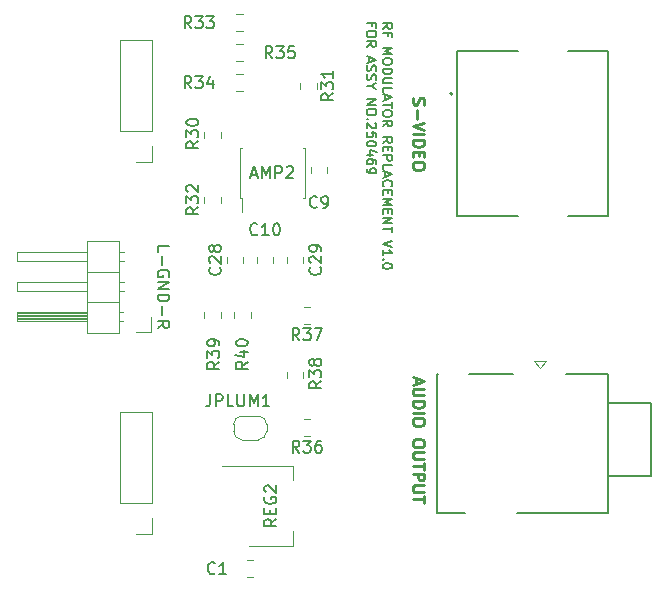
<source format=gbr>
G04 #@! TF.GenerationSoftware,KiCad,Pcbnew,(5.1.6)-1*
G04 #@! TF.CreationDate,2021-03-05T11:33:03+01:00*
G04 #@! TF.ProjectId,rfreplacement,72667265-706c-4616-9365-6d656e742e6b,rev?*
G04 #@! TF.SameCoordinates,Original*
G04 #@! TF.FileFunction,Legend,Top*
G04 #@! TF.FilePolarity,Positive*
%FSLAX46Y46*%
G04 Gerber Fmt 4.6, Leading zero omitted, Abs format (unit mm)*
G04 Created by KiCad (PCBNEW (5.1.6)-1) date 2021-03-05 11:33:03*
%MOMM*%
%LPD*%
G01*
G04 APERTURE LIST*
%ADD10C,0.150000*%
%ADD11C,0.250000*%
%ADD12C,0.120000*%
%ADD13C,0.200000*%
%ADD14C,0.127000*%
G04 APERTURE END LIST*
D10*
X128837095Y-61197119D02*
X129218047Y-60930452D01*
X128837095Y-60739976D02*
X129637095Y-60739976D01*
X129637095Y-61044738D01*
X129599000Y-61120928D01*
X129560904Y-61159023D01*
X129484714Y-61197119D01*
X129370428Y-61197119D01*
X129294238Y-61159023D01*
X129256142Y-61120928D01*
X129218047Y-61044738D01*
X129218047Y-60739976D01*
X129256142Y-61806642D02*
X129256142Y-61539976D01*
X128837095Y-61539976D02*
X129637095Y-61539976D01*
X129637095Y-61920928D01*
X128837095Y-62835214D02*
X129637095Y-62835214D01*
X129065666Y-63101880D01*
X129637095Y-63368547D01*
X128837095Y-63368547D01*
X129637095Y-63901880D02*
X129637095Y-64054261D01*
X129599000Y-64130452D01*
X129522809Y-64206642D01*
X129370428Y-64244738D01*
X129103761Y-64244738D01*
X128951380Y-64206642D01*
X128875190Y-64130452D01*
X128837095Y-64054261D01*
X128837095Y-63901880D01*
X128875190Y-63825690D01*
X128951380Y-63749500D01*
X129103761Y-63711404D01*
X129370428Y-63711404D01*
X129522809Y-63749500D01*
X129599000Y-63825690D01*
X129637095Y-63901880D01*
X128837095Y-64587595D02*
X129637095Y-64587595D01*
X129637095Y-64778071D01*
X129599000Y-64892357D01*
X129522809Y-64968547D01*
X129446619Y-65006642D01*
X129294238Y-65044738D01*
X129179952Y-65044738D01*
X129027571Y-65006642D01*
X128951380Y-64968547D01*
X128875190Y-64892357D01*
X128837095Y-64778071D01*
X128837095Y-64587595D01*
X129637095Y-65387595D02*
X128989476Y-65387595D01*
X128913285Y-65425690D01*
X128875190Y-65463785D01*
X128837095Y-65539976D01*
X128837095Y-65692357D01*
X128875190Y-65768547D01*
X128913285Y-65806642D01*
X128989476Y-65844738D01*
X129637095Y-65844738D01*
X128837095Y-66606642D02*
X128837095Y-66225690D01*
X129637095Y-66225690D01*
X129065666Y-66835214D02*
X129065666Y-67216166D01*
X128837095Y-66759023D02*
X129637095Y-67025690D01*
X128837095Y-67292357D01*
X129637095Y-67444738D02*
X129637095Y-67901880D01*
X128837095Y-67673309D02*
X129637095Y-67673309D01*
X129637095Y-68320928D02*
X129637095Y-68473309D01*
X129599000Y-68549500D01*
X129522809Y-68625690D01*
X129370428Y-68663785D01*
X129103761Y-68663785D01*
X128951380Y-68625690D01*
X128875190Y-68549500D01*
X128837095Y-68473309D01*
X128837095Y-68320928D01*
X128875190Y-68244738D01*
X128951380Y-68168547D01*
X129103761Y-68130452D01*
X129370428Y-68130452D01*
X129522809Y-68168547D01*
X129599000Y-68244738D01*
X129637095Y-68320928D01*
X128837095Y-69463785D02*
X129218047Y-69197119D01*
X128837095Y-69006642D02*
X129637095Y-69006642D01*
X129637095Y-69311404D01*
X129599000Y-69387595D01*
X129560904Y-69425690D01*
X129484714Y-69463785D01*
X129370428Y-69463785D01*
X129294238Y-69425690D01*
X129256142Y-69387595D01*
X129218047Y-69311404D01*
X129218047Y-69006642D01*
X128837095Y-70873309D02*
X129218047Y-70606642D01*
X128837095Y-70416166D02*
X129637095Y-70416166D01*
X129637095Y-70720928D01*
X129599000Y-70797119D01*
X129560904Y-70835214D01*
X129484714Y-70873309D01*
X129370428Y-70873309D01*
X129294238Y-70835214D01*
X129256142Y-70797119D01*
X129218047Y-70720928D01*
X129218047Y-70416166D01*
X129256142Y-71216166D02*
X129256142Y-71482833D01*
X128837095Y-71597119D02*
X128837095Y-71216166D01*
X129637095Y-71216166D01*
X129637095Y-71597119D01*
X128837095Y-71939976D02*
X129637095Y-71939976D01*
X129637095Y-72244738D01*
X129599000Y-72320928D01*
X129560904Y-72359023D01*
X129484714Y-72397119D01*
X129370428Y-72397119D01*
X129294238Y-72359023D01*
X129256142Y-72320928D01*
X129218047Y-72244738D01*
X129218047Y-71939976D01*
X128837095Y-73120928D02*
X128837095Y-72739976D01*
X129637095Y-72739976D01*
X129065666Y-73349500D02*
X129065666Y-73730452D01*
X128837095Y-73273309D02*
X129637095Y-73539976D01*
X128837095Y-73806642D01*
X128913285Y-74530452D02*
X128875190Y-74492357D01*
X128837095Y-74378071D01*
X128837095Y-74301880D01*
X128875190Y-74187595D01*
X128951380Y-74111404D01*
X129027571Y-74073309D01*
X129179952Y-74035214D01*
X129294238Y-74035214D01*
X129446619Y-74073309D01*
X129522809Y-74111404D01*
X129599000Y-74187595D01*
X129637095Y-74301880D01*
X129637095Y-74378071D01*
X129599000Y-74492357D01*
X129560904Y-74530452D01*
X129256142Y-74873309D02*
X129256142Y-75139976D01*
X128837095Y-75254261D02*
X128837095Y-74873309D01*
X129637095Y-74873309D01*
X129637095Y-75254261D01*
X128837095Y-75597119D02*
X129637095Y-75597119D01*
X129065666Y-75863785D01*
X129637095Y-76130452D01*
X128837095Y-76130452D01*
X129256142Y-76511404D02*
X129256142Y-76778071D01*
X128837095Y-76892357D02*
X128837095Y-76511404D01*
X129637095Y-76511404D01*
X129637095Y-76892357D01*
X128837095Y-77235214D02*
X129637095Y-77235214D01*
X128837095Y-77692357D01*
X129637095Y-77692357D01*
X129637095Y-77959023D02*
X129637095Y-78416166D01*
X128837095Y-78187595D02*
X129637095Y-78187595D01*
X129637095Y-79178071D02*
X128837095Y-79444738D01*
X129637095Y-79711404D01*
X128837095Y-80397119D02*
X128837095Y-79939976D01*
X128837095Y-80168547D02*
X129637095Y-80168547D01*
X129522809Y-80092357D01*
X129446619Y-80016166D01*
X129408523Y-79939976D01*
X128913285Y-80739976D02*
X128875190Y-80778071D01*
X128837095Y-80739976D01*
X128875190Y-80701880D01*
X128913285Y-80739976D01*
X128837095Y-80739976D01*
X129637095Y-81273309D02*
X129637095Y-81349500D01*
X129599000Y-81425690D01*
X129560904Y-81463785D01*
X129484714Y-81501880D01*
X129332333Y-81539976D01*
X129141857Y-81539976D01*
X128989476Y-81501880D01*
X128913285Y-81463785D01*
X128875190Y-81425690D01*
X128837095Y-81349500D01*
X128837095Y-81273309D01*
X128875190Y-81197119D01*
X128913285Y-81159023D01*
X128989476Y-81120928D01*
X129141857Y-81082833D01*
X129332333Y-81082833D01*
X129484714Y-81120928D01*
X129560904Y-81159023D01*
X129599000Y-81197119D01*
X129637095Y-81273309D01*
X127906142Y-61006642D02*
X127906142Y-60739976D01*
X127487095Y-60739976D02*
X128287095Y-60739976D01*
X128287095Y-61120928D01*
X128287095Y-61578071D02*
X128287095Y-61730452D01*
X128249000Y-61806642D01*
X128172809Y-61882833D01*
X128020428Y-61920928D01*
X127753761Y-61920928D01*
X127601380Y-61882833D01*
X127525190Y-61806642D01*
X127487095Y-61730452D01*
X127487095Y-61578071D01*
X127525190Y-61501880D01*
X127601380Y-61425690D01*
X127753761Y-61387595D01*
X128020428Y-61387595D01*
X128172809Y-61425690D01*
X128249000Y-61501880D01*
X128287095Y-61578071D01*
X127487095Y-62720928D02*
X127868047Y-62454261D01*
X127487095Y-62263785D02*
X128287095Y-62263785D01*
X128287095Y-62568547D01*
X128249000Y-62644738D01*
X128210904Y-62682833D01*
X128134714Y-62720928D01*
X128020428Y-62720928D01*
X127944238Y-62682833D01*
X127906142Y-62644738D01*
X127868047Y-62568547D01*
X127868047Y-62263785D01*
X127715666Y-63635214D02*
X127715666Y-64016166D01*
X127487095Y-63559023D02*
X128287095Y-63825690D01*
X127487095Y-64092357D01*
X127525190Y-64320928D02*
X127487095Y-64435214D01*
X127487095Y-64625690D01*
X127525190Y-64701880D01*
X127563285Y-64739976D01*
X127639476Y-64778071D01*
X127715666Y-64778071D01*
X127791857Y-64739976D01*
X127829952Y-64701880D01*
X127868047Y-64625690D01*
X127906142Y-64473309D01*
X127944238Y-64397119D01*
X127982333Y-64359023D01*
X128058523Y-64320928D01*
X128134714Y-64320928D01*
X128210904Y-64359023D01*
X128249000Y-64397119D01*
X128287095Y-64473309D01*
X128287095Y-64663785D01*
X128249000Y-64778071D01*
X127525190Y-65082833D02*
X127487095Y-65197119D01*
X127487095Y-65387595D01*
X127525190Y-65463785D01*
X127563285Y-65501880D01*
X127639476Y-65539976D01*
X127715666Y-65539976D01*
X127791857Y-65501880D01*
X127829952Y-65463785D01*
X127868047Y-65387595D01*
X127906142Y-65235214D01*
X127944238Y-65159023D01*
X127982333Y-65120928D01*
X128058523Y-65082833D01*
X128134714Y-65082833D01*
X128210904Y-65120928D01*
X128249000Y-65159023D01*
X128287095Y-65235214D01*
X128287095Y-65425690D01*
X128249000Y-65539976D01*
X127868047Y-66035214D02*
X127487095Y-66035214D01*
X128287095Y-65768547D02*
X127868047Y-66035214D01*
X128287095Y-66301880D01*
X127487095Y-67178071D02*
X128287095Y-67178071D01*
X127487095Y-67635214D01*
X128287095Y-67635214D01*
X128287095Y-68168547D02*
X128287095Y-68320928D01*
X128249000Y-68397119D01*
X128172809Y-68473309D01*
X128020428Y-68511404D01*
X127753761Y-68511404D01*
X127601380Y-68473309D01*
X127525190Y-68397119D01*
X127487095Y-68320928D01*
X127487095Y-68168547D01*
X127525190Y-68092357D01*
X127601380Y-68016166D01*
X127753761Y-67978071D01*
X128020428Y-67978071D01*
X128172809Y-68016166D01*
X128249000Y-68092357D01*
X128287095Y-68168547D01*
X127563285Y-68854261D02*
X127525190Y-68892357D01*
X127487095Y-68854261D01*
X127525190Y-68816166D01*
X127563285Y-68854261D01*
X127487095Y-68854261D01*
X128210904Y-69197119D02*
X128249000Y-69235214D01*
X128287095Y-69311404D01*
X128287095Y-69501880D01*
X128249000Y-69578071D01*
X128210904Y-69616166D01*
X128134714Y-69654261D01*
X128058523Y-69654261D01*
X127944238Y-69616166D01*
X127487095Y-69159023D01*
X127487095Y-69654261D01*
X128287095Y-70378071D02*
X128287095Y-69997119D01*
X127906142Y-69959023D01*
X127944238Y-69997119D01*
X127982333Y-70073309D01*
X127982333Y-70263785D01*
X127944238Y-70339976D01*
X127906142Y-70378071D01*
X127829952Y-70416166D01*
X127639476Y-70416166D01*
X127563285Y-70378071D01*
X127525190Y-70339976D01*
X127487095Y-70263785D01*
X127487095Y-70073309D01*
X127525190Y-69997119D01*
X127563285Y-69959023D01*
X128287095Y-70911404D02*
X128287095Y-70987595D01*
X128249000Y-71063785D01*
X128210904Y-71101880D01*
X128134714Y-71139976D01*
X127982333Y-71178071D01*
X127791857Y-71178071D01*
X127639476Y-71139976D01*
X127563285Y-71101880D01*
X127525190Y-71063785D01*
X127487095Y-70987595D01*
X127487095Y-70911404D01*
X127525190Y-70835214D01*
X127563285Y-70797119D01*
X127639476Y-70759023D01*
X127791857Y-70720928D01*
X127982333Y-70720928D01*
X128134714Y-70759023D01*
X128210904Y-70797119D01*
X128249000Y-70835214D01*
X128287095Y-70911404D01*
X128020428Y-71863785D02*
X127487095Y-71863785D01*
X128325190Y-71673309D02*
X127753761Y-71482833D01*
X127753761Y-71978071D01*
X128287095Y-72625690D02*
X128287095Y-72473309D01*
X128249000Y-72397119D01*
X128210904Y-72359023D01*
X128096619Y-72282833D01*
X127944238Y-72244738D01*
X127639476Y-72244738D01*
X127563285Y-72282833D01*
X127525190Y-72320928D01*
X127487095Y-72397119D01*
X127487095Y-72549500D01*
X127525190Y-72625690D01*
X127563285Y-72663785D01*
X127639476Y-72701880D01*
X127829952Y-72701880D01*
X127906142Y-72663785D01*
X127944238Y-72625690D01*
X127982333Y-72549500D01*
X127982333Y-72397119D01*
X127944238Y-72320928D01*
X127906142Y-72282833D01*
X127829952Y-72244738D01*
X127487095Y-73082833D02*
X127487095Y-73235214D01*
X127525190Y-73311404D01*
X127563285Y-73349500D01*
X127677571Y-73425690D01*
X127829952Y-73463785D01*
X128134714Y-73463785D01*
X128210904Y-73425690D01*
X128249000Y-73387595D01*
X128287095Y-73311404D01*
X128287095Y-73159023D01*
X128249000Y-73082833D01*
X128210904Y-73044738D01*
X128134714Y-73006642D01*
X127944238Y-73006642D01*
X127868047Y-73044738D01*
X127829952Y-73082833D01*
X127791857Y-73159023D01*
X127791857Y-73311404D01*
X127829952Y-73387595D01*
X127868047Y-73425690D01*
X127944238Y-73463785D01*
D11*
X131421238Y-67056380D02*
X131373619Y-67199238D01*
X131373619Y-67437333D01*
X131421238Y-67532571D01*
X131468857Y-67580190D01*
X131564095Y-67627809D01*
X131659333Y-67627809D01*
X131754571Y-67580190D01*
X131802190Y-67532571D01*
X131849809Y-67437333D01*
X131897428Y-67246857D01*
X131945047Y-67151619D01*
X131992666Y-67104000D01*
X132087904Y-67056380D01*
X132183142Y-67056380D01*
X132278380Y-67104000D01*
X132326000Y-67151619D01*
X132373619Y-67246857D01*
X132373619Y-67484952D01*
X132326000Y-67627809D01*
X131754571Y-68056380D02*
X131754571Y-68818285D01*
X132373619Y-69151619D02*
X131373619Y-69484952D01*
X132373619Y-69818285D01*
X131373619Y-70151619D02*
X132373619Y-70151619D01*
X131373619Y-70627809D02*
X132373619Y-70627809D01*
X132373619Y-70865904D01*
X132326000Y-71008761D01*
X132230761Y-71104000D01*
X132135523Y-71151619D01*
X131945047Y-71199238D01*
X131802190Y-71199238D01*
X131611714Y-71151619D01*
X131516476Y-71104000D01*
X131421238Y-71008761D01*
X131373619Y-70865904D01*
X131373619Y-70627809D01*
X131897428Y-71627809D02*
X131897428Y-71961142D01*
X131373619Y-72104000D02*
X131373619Y-71627809D01*
X132373619Y-71627809D01*
X132373619Y-72104000D01*
X132373619Y-72723047D02*
X132373619Y-72913523D01*
X132326000Y-73008761D01*
X132230761Y-73104000D01*
X132040285Y-73151619D01*
X131706952Y-73151619D01*
X131516476Y-73104000D01*
X131421238Y-73008761D01*
X131373619Y-72913523D01*
X131373619Y-72723047D01*
X131421238Y-72627809D01*
X131516476Y-72532571D01*
X131706952Y-72484952D01*
X132040285Y-72484952D01*
X132230761Y-72532571D01*
X132326000Y-72627809D01*
X132373619Y-72723047D01*
X131659333Y-90773904D02*
X131659333Y-91250095D01*
X131373619Y-90678666D02*
X132373619Y-91012000D01*
X131373619Y-91345333D01*
X132373619Y-91678666D02*
X131564095Y-91678666D01*
X131468857Y-91726285D01*
X131421238Y-91773904D01*
X131373619Y-91869142D01*
X131373619Y-92059619D01*
X131421238Y-92154857D01*
X131468857Y-92202476D01*
X131564095Y-92250095D01*
X132373619Y-92250095D01*
X131373619Y-92726285D02*
X132373619Y-92726285D01*
X132373619Y-92964380D01*
X132326000Y-93107238D01*
X132230761Y-93202476D01*
X132135523Y-93250095D01*
X131945047Y-93297714D01*
X131802190Y-93297714D01*
X131611714Y-93250095D01*
X131516476Y-93202476D01*
X131421238Y-93107238D01*
X131373619Y-92964380D01*
X131373619Y-92726285D01*
X131373619Y-93726285D02*
X132373619Y-93726285D01*
X132373619Y-94392952D02*
X132373619Y-94583428D01*
X132326000Y-94678666D01*
X132230761Y-94773904D01*
X132040285Y-94821523D01*
X131706952Y-94821523D01*
X131516476Y-94773904D01*
X131421238Y-94678666D01*
X131373619Y-94583428D01*
X131373619Y-94392952D01*
X131421238Y-94297714D01*
X131516476Y-94202476D01*
X131706952Y-94154857D01*
X132040285Y-94154857D01*
X132230761Y-94202476D01*
X132326000Y-94297714D01*
X132373619Y-94392952D01*
X132373619Y-96202476D02*
X132373619Y-96392952D01*
X132326000Y-96488190D01*
X132230761Y-96583428D01*
X132040285Y-96631047D01*
X131706952Y-96631047D01*
X131516476Y-96583428D01*
X131421238Y-96488190D01*
X131373619Y-96392952D01*
X131373619Y-96202476D01*
X131421238Y-96107238D01*
X131516476Y-96012000D01*
X131706952Y-95964380D01*
X132040285Y-95964380D01*
X132230761Y-96012000D01*
X132326000Y-96107238D01*
X132373619Y-96202476D01*
X132373619Y-97059619D02*
X131564095Y-97059619D01*
X131468857Y-97107238D01*
X131421238Y-97154857D01*
X131373619Y-97250095D01*
X131373619Y-97440571D01*
X131421238Y-97535809D01*
X131468857Y-97583428D01*
X131564095Y-97631047D01*
X132373619Y-97631047D01*
X132373619Y-97964380D02*
X132373619Y-98535809D01*
X131373619Y-98250095D02*
X132373619Y-98250095D01*
X131373619Y-98869142D02*
X132373619Y-98869142D01*
X132373619Y-99250095D01*
X132326000Y-99345333D01*
X132278380Y-99392952D01*
X132183142Y-99440571D01*
X132040285Y-99440571D01*
X131945047Y-99392952D01*
X131897428Y-99345333D01*
X131849809Y-99250095D01*
X131849809Y-98869142D01*
X132373619Y-99869142D02*
X131564095Y-99869142D01*
X131468857Y-99916761D01*
X131421238Y-99964380D01*
X131373619Y-100059619D01*
X131373619Y-100250095D01*
X131421238Y-100345333D01*
X131468857Y-100392952D01*
X131564095Y-100440571D01*
X132373619Y-100440571D01*
X132373619Y-100773904D02*
X132373619Y-101345333D01*
X131373619Y-101059619D02*
X132373619Y-101059619D01*
D10*
X109783619Y-80105619D02*
X109783619Y-79629428D01*
X110783619Y-79629428D01*
X110164571Y-80438952D02*
X110164571Y-81200857D01*
X110736000Y-82200857D02*
X110783619Y-82105619D01*
X110783619Y-81962761D01*
X110736000Y-81819904D01*
X110640761Y-81724666D01*
X110545523Y-81677047D01*
X110355047Y-81629428D01*
X110212190Y-81629428D01*
X110021714Y-81677047D01*
X109926476Y-81724666D01*
X109831238Y-81819904D01*
X109783619Y-81962761D01*
X109783619Y-82058000D01*
X109831238Y-82200857D01*
X109878857Y-82248476D01*
X110212190Y-82248476D01*
X110212190Y-82058000D01*
X109783619Y-82677047D02*
X110783619Y-82677047D01*
X109783619Y-83248476D01*
X110783619Y-83248476D01*
X109783619Y-83724666D02*
X110783619Y-83724666D01*
X110783619Y-83962761D01*
X110736000Y-84105619D01*
X110640761Y-84200857D01*
X110545523Y-84248476D01*
X110355047Y-84296095D01*
X110212190Y-84296095D01*
X110021714Y-84248476D01*
X109926476Y-84200857D01*
X109831238Y-84105619D01*
X109783619Y-83962761D01*
X109783619Y-83724666D01*
X110164571Y-84724666D02*
X110164571Y-85486571D01*
X109783619Y-86534190D02*
X110259809Y-86200857D01*
X109783619Y-85962761D02*
X110783619Y-85962761D01*
X110783619Y-86343714D01*
X110736000Y-86438952D01*
X110688380Y-86486571D01*
X110593142Y-86534190D01*
X110450285Y-86534190D01*
X110355047Y-86486571D01*
X110307428Y-86438952D01*
X110259809Y-86343714D01*
X110259809Y-85962761D01*
X151550000Y-92912000D02*
X147950000Y-92912000D01*
X151550000Y-99112000D02*
X151550000Y-92912000D01*
X147950000Y-99112000D02*
X151550000Y-99112000D01*
X147950000Y-90412000D02*
X147950000Y-102212000D01*
X144400000Y-90412000D02*
X147950000Y-90412000D01*
X136150000Y-90412000D02*
X139900000Y-90412000D01*
X133450000Y-90412000D02*
X133550000Y-90412000D01*
X133450000Y-102212000D02*
X133450000Y-90412000D01*
X135850000Y-102212000D02*
X133450000Y-102212000D01*
X147950000Y-102212000D02*
X140200000Y-102212000D01*
D12*
X142150000Y-89912000D02*
X142650000Y-89362000D01*
X142650000Y-89362000D02*
X141650000Y-89362000D01*
X141650000Y-89362000D02*
X142150000Y-89912000D01*
D13*
X134746000Y-66704000D02*
G75*
G03*
X134746000Y-66704000I-100000J0D01*
G01*
D14*
X144516000Y-63104000D02*
X147956000Y-63104000D01*
X144516000Y-77104000D02*
X147956000Y-77104000D01*
X140336000Y-63134000D02*
X135126000Y-63134000D01*
X140336000Y-77104000D02*
X135126000Y-77104000D01*
X135126000Y-63134000D02*
X135126000Y-63104000D01*
X135126000Y-77104000D02*
X135126000Y-63134000D01*
X147956000Y-63104000D02*
X147956000Y-77104000D01*
D12*
X109220000Y-86868000D02*
X107950000Y-86868000D01*
X109220000Y-85598000D02*
X109220000Y-86868000D01*
X106907071Y-80138000D02*
X106510000Y-80138000D01*
X106907071Y-80898000D02*
X106510000Y-80898000D01*
X97850000Y-80138000D02*
X103850000Y-80138000D01*
X97850000Y-80898000D02*
X97850000Y-80138000D01*
X103850000Y-80898000D02*
X97850000Y-80898000D01*
X106510000Y-81788000D02*
X103850000Y-81788000D01*
X106907071Y-82678000D02*
X106510000Y-82678000D01*
X106907071Y-83438000D02*
X106510000Y-83438000D01*
X97850000Y-82678000D02*
X103850000Y-82678000D01*
X97850000Y-83438000D02*
X97850000Y-82678000D01*
X103850000Y-83438000D02*
X97850000Y-83438000D01*
X106510000Y-84328000D02*
X103850000Y-84328000D01*
X106840000Y-85218000D02*
X106510000Y-85218000D01*
X106840000Y-85978000D02*
X106510000Y-85978000D01*
X103850000Y-85318000D02*
X97850000Y-85318000D01*
X103850000Y-85438000D02*
X97850000Y-85438000D01*
X103850000Y-85558000D02*
X97850000Y-85558000D01*
X103850000Y-85678000D02*
X97850000Y-85678000D01*
X103850000Y-85798000D02*
X97850000Y-85798000D01*
X103850000Y-85918000D02*
X97850000Y-85918000D01*
X97850000Y-85218000D02*
X103850000Y-85218000D01*
X97850000Y-85978000D02*
X97850000Y-85218000D01*
X103850000Y-85978000D02*
X97850000Y-85978000D01*
X103850000Y-86928000D02*
X106510000Y-86928000D01*
X103850000Y-79188000D02*
X103850000Y-86928000D01*
X106510000Y-79188000D02*
X103850000Y-79188000D01*
X106510000Y-86928000D02*
X106510000Y-79188000D01*
X109280000Y-93666000D02*
X106620000Y-93666000D01*
X109280000Y-101346000D02*
X109280000Y-93666000D01*
X106620000Y-101346000D02*
X106620000Y-93666000D01*
X109280000Y-101346000D02*
X106620000Y-101346000D01*
X109280000Y-102616000D02*
X109280000Y-103946000D01*
X109280000Y-103946000D02*
X107950000Y-103946000D01*
X109280000Y-72450000D02*
X107950000Y-72450000D01*
X109280000Y-71120000D02*
X109280000Y-72450000D01*
X109280000Y-69850000D02*
X106620000Y-69850000D01*
X106620000Y-69850000D02*
X106620000Y-62170000D01*
X109280000Y-69850000D02*
X109280000Y-62170000D01*
X109280000Y-62170000D02*
X106620000Y-62170000D01*
X116947000Y-75506000D02*
X116947000Y-76696000D01*
X116777000Y-75506000D02*
X116947000Y-75506000D01*
X116777000Y-71306000D02*
X116947000Y-71306000D01*
X122077000Y-75506000D02*
X122247000Y-75506000D01*
X122067000Y-71306000D02*
X122237000Y-71306000D01*
X122237000Y-71306000D02*
X122237000Y-75506000D01*
X116777000Y-71306000D02*
X116777000Y-75506000D01*
X117872252Y-106224000D02*
X117349748Y-106224000D01*
X117872252Y-107644000D02*
X117349748Y-107644000D01*
X124154000Y-73413252D02*
X124154000Y-72890748D01*
X122734000Y-73413252D02*
X122734000Y-72890748D01*
X119582000Y-80519748D02*
X119582000Y-81042252D01*
X118162000Y-80519748D02*
X118162000Y-81042252D01*
X117042000Y-81042252D02*
X117042000Y-80519748D01*
X115622000Y-81042252D02*
X115622000Y-80519748D01*
X120702000Y-81042252D02*
X120702000Y-80519748D01*
X122122000Y-81042252D02*
X122122000Y-80519748D01*
X118317000Y-95996000D02*
X116917000Y-95996000D01*
X116217000Y-95296000D02*
X116217000Y-94696000D01*
X116917000Y-93996000D02*
X118317000Y-93996000D01*
X119017000Y-94696000D02*
X119017000Y-95296000D01*
X116917000Y-95996000D02*
G75*
G02*
X116217000Y-95296000I0J700000D01*
G01*
X116217000Y-94696000D02*
G75*
G02*
X116917000Y-93996000I700000J0D01*
G01*
X118317000Y-93996000D02*
G75*
G02*
X119017000Y-94696000I0J-700000D01*
G01*
X119017000Y-95296000D02*
G75*
G02*
X118317000Y-95996000I-700000J0D01*
G01*
X115137000Y-70492252D02*
X115137000Y-69969748D01*
X113717000Y-70492252D02*
X113717000Y-69969748D01*
X121845000Y-65778748D02*
X121845000Y-66301252D01*
X123265000Y-65778748D02*
X123265000Y-66301252D01*
X115137000Y-75439748D02*
X115137000Y-75962252D01*
X113717000Y-75439748D02*
X113717000Y-75962252D01*
X116460748Y-59996000D02*
X116983252Y-59996000D01*
X116460748Y-61416000D02*
X116983252Y-61416000D01*
X116983252Y-65076000D02*
X116460748Y-65076000D01*
X116983252Y-66496000D02*
X116460748Y-66496000D01*
X116460748Y-62536000D02*
X116983252Y-62536000D01*
X116460748Y-63956000D02*
X116983252Y-63956000D01*
X122698252Y-94286000D02*
X122175748Y-94286000D01*
X122698252Y-95706000D02*
X122175748Y-95706000D01*
X122698252Y-86181000D02*
X122175748Y-86181000D01*
X122698252Y-84761000D02*
X122175748Y-84761000D01*
X120702000Y-90289748D02*
X120702000Y-90812252D01*
X122122000Y-90289748D02*
X122122000Y-90812252D01*
X113717000Y-85732252D02*
X113717000Y-85209748D01*
X115137000Y-85732252D02*
X115137000Y-85209748D01*
X116257000Y-85209748D02*
X116257000Y-85732252D01*
X117677000Y-85209748D02*
X117677000Y-85732252D01*
X115280000Y-98190000D02*
X121290000Y-98190000D01*
X117530000Y-105010000D02*
X121290000Y-105010000D01*
X121290000Y-98190000D02*
X121290000Y-99450000D01*
X121290000Y-105010000D02*
X121290000Y-103750000D01*
D10*
X117721285Y-73572666D02*
X118197476Y-73572666D01*
X117626047Y-73858380D02*
X117959380Y-72858380D01*
X118292714Y-73858380D01*
X118626047Y-73858380D02*
X118626047Y-72858380D01*
X118959380Y-73572666D01*
X119292714Y-72858380D01*
X119292714Y-73858380D01*
X119768904Y-73858380D02*
X119768904Y-72858380D01*
X120149857Y-72858380D01*
X120245095Y-72906000D01*
X120292714Y-72953619D01*
X120340333Y-73048857D01*
X120340333Y-73191714D01*
X120292714Y-73286952D01*
X120245095Y-73334571D01*
X120149857Y-73382190D01*
X119768904Y-73382190D01*
X120721285Y-72953619D02*
X120768904Y-72906000D01*
X120864142Y-72858380D01*
X121102238Y-72858380D01*
X121197476Y-72906000D01*
X121245095Y-72953619D01*
X121292714Y-73048857D01*
X121292714Y-73144095D01*
X121245095Y-73286952D01*
X120673666Y-73858380D01*
X121292714Y-73858380D01*
X114641333Y-107291142D02*
X114593714Y-107338761D01*
X114450857Y-107386380D01*
X114355619Y-107386380D01*
X114212761Y-107338761D01*
X114117523Y-107243523D01*
X114069904Y-107148285D01*
X114022285Y-106957809D01*
X114022285Y-106814952D01*
X114069904Y-106624476D01*
X114117523Y-106529238D01*
X114212761Y-106434000D01*
X114355619Y-106386380D01*
X114450857Y-106386380D01*
X114593714Y-106434000D01*
X114641333Y-106481619D01*
X115593714Y-107386380D02*
X115022285Y-107386380D01*
X115308000Y-107386380D02*
X115308000Y-106386380D01*
X115212761Y-106529238D01*
X115117523Y-106624476D01*
X115022285Y-106672095D01*
X123277333Y-76294142D02*
X123229714Y-76341761D01*
X123086857Y-76389380D01*
X122991619Y-76389380D01*
X122848761Y-76341761D01*
X122753523Y-76246523D01*
X122705904Y-76151285D01*
X122658285Y-75960809D01*
X122658285Y-75817952D01*
X122705904Y-75627476D01*
X122753523Y-75532238D01*
X122848761Y-75437000D01*
X122991619Y-75389380D01*
X123086857Y-75389380D01*
X123229714Y-75437000D01*
X123277333Y-75484619D01*
X123753523Y-76389380D02*
X123944000Y-76389380D01*
X124039238Y-76341761D01*
X124086857Y-76294142D01*
X124182095Y-76151285D01*
X124229714Y-75960809D01*
X124229714Y-75579857D01*
X124182095Y-75484619D01*
X124134476Y-75437000D01*
X124039238Y-75389380D01*
X123848761Y-75389380D01*
X123753523Y-75437000D01*
X123705904Y-75484619D01*
X123658285Y-75579857D01*
X123658285Y-75817952D01*
X123705904Y-75913190D01*
X123753523Y-75960809D01*
X123848761Y-76008428D01*
X124039238Y-76008428D01*
X124134476Y-75960809D01*
X124182095Y-75913190D01*
X124229714Y-75817952D01*
X118229142Y-78589142D02*
X118181523Y-78636761D01*
X118038666Y-78684380D01*
X117943428Y-78684380D01*
X117800571Y-78636761D01*
X117705333Y-78541523D01*
X117657714Y-78446285D01*
X117610095Y-78255809D01*
X117610095Y-78112952D01*
X117657714Y-77922476D01*
X117705333Y-77827238D01*
X117800571Y-77732000D01*
X117943428Y-77684380D01*
X118038666Y-77684380D01*
X118181523Y-77732000D01*
X118229142Y-77779619D01*
X119181523Y-78684380D02*
X118610095Y-78684380D01*
X118895809Y-78684380D02*
X118895809Y-77684380D01*
X118800571Y-77827238D01*
X118705333Y-77922476D01*
X118610095Y-77970095D01*
X119800571Y-77684380D02*
X119895809Y-77684380D01*
X119991047Y-77732000D01*
X120038666Y-77779619D01*
X120086285Y-77874857D01*
X120133904Y-78065333D01*
X120133904Y-78303428D01*
X120086285Y-78493904D01*
X120038666Y-78589142D01*
X119991047Y-78636761D01*
X119895809Y-78684380D01*
X119800571Y-78684380D01*
X119705333Y-78636761D01*
X119657714Y-78589142D01*
X119610095Y-78493904D01*
X119562476Y-78303428D01*
X119562476Y-78065333D01*
X119610095Y-77874857D01*
X119657714Y-77779619D01*
X119705333Y-77732000D01*
X119800571Y-77684380D01*
X115039142Y-81423857D02*
X115086761Y-81471476D01*
X115134380Y-81614333D01*
X115134380Y-81709571D01*
X115086761Y-81852428D01*
X114991523Y-81947666D01*
X114896285Y-81995285D01*
X114705809Y-82042904D01*
X114562952Y-82042904D01*
X114372476Y-81995285D01*
X114277238Y-81947666D01*
X114182000Y-81852428D01*
X114134380Y-81709571D01*
X114134380Y-81614333D01*
X114182000Y-81471476D01*
X114229619Y-81423857D01*
X114229619Y-81042904D02*
X114182000Y-80995285D01*
X114134380Y-80900047D01*
X114134380Y-80661952D01*
X114182000Y-80566714D01*
X114229619Y-80519095D01*
X114324857Y-80471476D01*
X114420095Y-80471476D01*
X114562952Y-80519095D01*
X115134380Y-81090523D01*
X115134380Y-80471476D01*
X114562952Y-79900047D02*
X114515333Y-79995285D01*
X114467714Y-80042904D01*
X114372476Y-80090523D01*
X114324857Y-80090523D01*
X114229619Y-80042904D01*
X114182000Y-79995285D01*
X114134380Y-79900047D01*
X114134380Y-79709571D01*
X114182000Y-79614333D01*
X114229619Y-79566714D01*
X114324857Y-79519095D01*
X114372476Y-79519095D01*
X114467714Y-79566714D01*
X114515333Y-79614333D01*
X114562952Y-79709571D01*
X114562952Y-79900047D01*
X114610571Y-79995285D01*
X114658190Y-80042904D01*
X114753428Y-80090523D01*
X114943904Y-80090523D01*
X115039142Y-80042904D01*
X115086761Y-79995285D01*
X115134380Y-79900047D01*
X115134380Y-79709571D01*
X115086761Y-79614333D01*
X115039142Y-79566714D01*
X114943904Y-79519095D01*
X114753428Y-79519095D01*
X114658190Y-79566714D01*
X114610571Y-79614333D01*
X114562952Y-79709571D01*
X123547142Y-81414857D02*
X123594761Y-81462476D01*
X123642380Y-81605333D01*
X123642380Y-81700571D01*
X123594761Y-81843428D01*
X123499523Y-81938666D01*
X123404285Y-81986285D01*
X123213809Y-82033904D01*
X123070952Y-82033904D01*
X122880476Y-81986285D01*
X122785238Y-81938666D01*
X122690000Y-81843428D01*
X122642380Y-81700571D01*
X122642380Y-81605333D01*
X122690000Y-81462476D01*
X122737619Y-81414857D01*
X122737619Y-81033904D02*
X122690000Y-80986285D01*
X122642380Y-80891047D01*
X122642380Y-80652952D01*
X122690000Y-80557714D01*
X122737619Y-80510095D01*
X122832857Y-80462476D01*
X122928095Y-80462476D01*
X123070952Y-80510095D01*
X123642380Y-81081523D01*
X123642380Y-80462476D01*
X123642380Y-79986285D02*
X123642380Y-79795809D01*
X123594761Y-79700571D01*
X123547142Y-79652952D01*
X123404285Y-79557714D01*
X123213809Y-79510095D01*
X122832857Y-79510095D01*
X122737619Y-79557714D01*
X122690000Y-79605333D01*
X122642380Y-79700571D01*
X122642380Y-79891047D01*
X122690000Y-79986285D01*
X122737619Y-80033904D01*
X122832857Y-80081523D01*
X123070952Y-80081523D01*
X123166190Y-80033904D01*
X123213809Y-79986285D01*
X123261428Y-79891047D01*
X123261428Y-79700571D01*
X123213809Y-79605333D01*
X123166190Y-79557714D01*
X123070952Y-79510095D01*
X114252666Y-92162380D02*
X114252666Y-92876666D01*
X114205047Y-93019523D01*
X114109809Y-93114761D01*
X113966952Y-93162380D01*
X113871714Y-93162380D01*
X114728857Y-93162380D02*
X114728857Y-92162380D01*
X115109809Y-92162380D01*
X115205047Y-92210000D01*
X115252666Y-92257619D01*
X115300285Y-92352857D01*
X115300285Y-92495714D01*
X115252666Y-92590952D01*
X115205047Y-92638571D01*
X115109809Y-92686190D01*
X114728857Y-92686190D01*
X116205047Y-93162380D02*
X115728857Y-93162380D01*
X115728857Y-92162380D01*
X116538380Y-92162380D02*
X116538380Y-92971904D01*
X116586000Y-93067142D01*
X116633619Y-93114761D01*
X116728857Y-93162380D01*
X116919333Y-93162380D01*
X117014571Y-93114761D01*
X117062190Y-93067142D01*
X117109809Y-92971904D01*
X117109809Y-92162380D01*
X117586000Y-93162380D02*
X117586000Y-92162380D01*
X117919333Y-92876666D01*
X118252666Y-92162380D01*
X118252666Y-93162380D01*
X119252666Y-93162380D02*
X118681238Y-93162380D01*
X118966952Y-93162380D02*
X118966952Y-92162380D01*
X118871714Y-92305238D01*
X118776476Y-92400476D01*
X118681238Y-92448095D01*
X113228380Y-70746857D02*
X112752190Y-71080190D01*
X113228380Y-71318285D02*
X112228380Y-71318285D01*
X112228380Y-70937333D01*
X112276000Y-70842095D01*
X112323619Y-70794476D01*
X112418857Y-70746857D01*
X112561714Y-70746857D01*
X112656952Y-70794476D01*
X112704571Y-70842095D01*
X112752190Y-70937333D01*
X112752190Y-71318285D01*
X112228380Y-70413523D02*
X112228380Y-69794476D01*
X112609333Y-70127809D01*
X112609333Y-69984952D01*
X112656952Y-69889714D01*
X112704571Y-69842095D01*
X112799809Y-69794476D01*
X113037904Y-69794476D01*
X113133142Y-69842095D01*
X113180761Y-69889714D01*
X113228380Y-69984952D01*
X113228380Y-70270666D01*
X113180761Y-70365904D01*
X113133142Y-70413523D01*
X112228380Y-69175428D02*
X112228380Y-69080190D01*
X112276000Y-68984952D01*
X112323619Y-68937333D01*
X112418857Y-68889714D01*
X112609333Y-68842095D01*
X112847428Y-68842095D01*
X113037904Y-68889714D01*
X113133142Y-68937333D01*
X113180761Y-68984952D01*
X113228380Y-69080190D01*
X113228380Y-69175428D01*
X113180761Y-69270666D01*
X113133142Y-69318285D01*
X113037904Y-69365904D01*
X112847428Y-69413523D01*
X112609333Y-69413523D01*
X112418857Y-69365904D01*
X112323619Y-69318285D01*
X112276000Y-69270666D01*
X112228380Y-69175428D01*
X124658380Y-66682857D02*
X124182190Y-67016190D01*
X124658380Y-67254285D02*
X123658380Y-67254285D01*
X123658380Y-66873333D01*
X123706000Y-66778095D01*
X123753619Y-66730476D01*
X123848857Y-66682857D01*
X123991714Y-66682857D01*
X124086952Y-66730476D01*
X124134571Y-66778095D01*
X124182190Y-66873333D01*
X124182190Y-67254285D01*
X123658380Y-66349523D02*
X123658380Y-65730476D01*
X124039333Y-66063809D01*
X124039333Y-65920952D01*
X124086952Y-65825714D01*
X124134571Y-65778095D01*
X124229809Y-65730476D01*
X124467904Y-65730476D01*
X124563142Y-65778095D01*
X124610761Y-65825714D01*
X124658380Y-65920952D01*
X124658380Y-66206666D01*
X124610761Y-66301904D01*
X124563142Y-66349523D01*
X124658380Y-64778095D02*
X124658380Y-65349523D01*
X124658380Y-65063809D02*
X123658380Y-65063809D01*
X123801238Y-65159047D01*
X123896476Y-65254285D01*
X123944095Y-65349523D01*
X113228380Y-76334857D02*
X112752190Y-76668190D01*
X113228380Y-76906285D02*
X112228380Y-76906285D01*
X112228380Y-76525333D01*
X112276000Y-76430095D01*
X112323619Y-76382476D01*
X112418857Y-76334857D01*
X112561714Y-76334857D01*
X112656952Y-76382476D01*
X112704571Y-76430095D01*
X112752190Y-76525333D01*
X112752190Y-76906285D01*
X112228380Y-76001523D02*
X112228380Y-75382476D01*
X112609333Y-75715809D01*
X112609333Y-75572952D01*
X112656952Y-75477714D01*
X112704571Y-75430095D01*
X112799809Y-75382476D01*
X113037904Y-75382476D01*
X113133142Y-75430095D01*
X113180761Y-75477714D01*
X113228380Y-75572952D01*
X113228380Y-75858666D01*
X113180761Y-75953904D01*
X113133142Y-76001523D01*
X112323619Y-75001523D02*
X112276000Y-74953904D01*
X112228380Y-74858666D01*
X112228380Y-74620571D01*
X112276000Y-74525333D01*
X112323619Y-74477714D01*
X112418857Y-74430095D01*
X112514095Y-74430095D01*
X112656952Y-74477714D01*
X113228380Y-75049142D01*
X113228380Y-74430095D01*
X112641142Y-61158380D02*
X112307809Y-60682190D01*
X112069714Y-61158380D02*
X112069714Y-60158380D01*
X112450666Y-60158380D01*
X112545904Y-60206000D01*
X112593523Y-60253619D01*
X112641142Y-60348857D01*
X112641142Y-60491714D01*
X112593523Y-60586952D01*
X112545904Y-60634571D01*
X112450666Y-60682190D01*
X112069714Y-60682190D01*
X112974476Y-60158380D02*
X113593523Y-60158380D01*
X113260190Y-60539333D01*
X113403047Y-60539333D01*
X113498285Y-60586952D01*
X113545904Y-60634571D01*
X113593523Y-60729809D01*
X113593523Y-60967904D01*
X113545904Y-61063142D01*
X113498285Y-61110761D01*
X113403047Y-61158380D01*
X113117333Y-61158380D01*
X113022095Y-61110761D01*
X112974476Y-61063142D01*
X113926857Y-60158380D02*
X114545904Y-60158380D01*
X114212571Y-60539333D01*
X114355428Y-60539333D01*
X114450666Y-60586952D01*
X114498285Y-60634571D01*
X114545904Y-60729809D01*
X114545904Y-60967904D01*
X114498285Y-61063142D01*
X114450666Y-61110761D01*
X114355428Y-61158380D01*
X114069714Y-61158380D01*
X113974476Y-61110761D01*
X113926857Y-61063142D01*
X112641142Y-66238380D02*
X112307809Y-65762190D01*
X112069714Y-66238380D02*
X112069714Y-65238380D01*
X112450666Y-65238380D01*
X112545904Y-65286000D01*
X112593523Y-65333619D01*
X112641142Y-65428857D01*
X112641142Y-65571714D01*
X112593523Y-65666952D01*
X112545904Y-65714571D01*
X112450666Y-65762190D01*
X112069714Y-65762190D01*
X112974476Y-65238380D02*
X113593523Y-65238380D01*
X113260190Y-65619333D01*
X113403047Y-65619333D01*
X113498285Y-65666952D01*
X113545904Y-65714571D01*
X113593523Y-65809809D01*
X113593523Y-66047904D01*
X113545904Y-66143142D01*
X113498285Y-66190761D01*
X113403047Y-66238380D01*
X113117333Y-66238380D01*
X113022095Y-66190761D01*
X112974476Y-66143142D01*
X114450666Y-65571714D02*
X114450666Y-66238380D01*
X114212571Y-65190761D02*
X113974476Y-65905047D01*
X114593523Y-65905047D01*
X119499142Y-63698380D02*
X119165809Y-63222190D01*
X118927714Y-63698380D02*
X118927714Y-62698380D01*
X119308666Y-62698380D01*
X119403904Y-62746000D01*
X119451523Y-62793619D01*
X119499142Y-62888857D01*
X119499142Y-63031714D01*
X119451523Y-63126952D01*
X119403904Y-63174571D01*
X119308666Y-63222190D01*
X118927714Y-63222190D01*
X119832476Y-62698380D02*
X120451523Y-62698380D01*
X120118190Y-63079333D01*
X120261047Y-63079333D01*
X120356285Y-63126952D01*
X120403904Y-63174571D01*
X120451523Y-63269809D01*
X120451523Y-63507904D01*
X120403904Y-63603142D01*
X120356285Y-63650761D01*
X120261047Y-63698380D01*
X119975333Y-63698380D01*
X119880095Y-63650761D01*
X119832476Y-63603142D01*
X121356285Y-62698380D02*
X120880095Y-62698380D01*
X120832476Y-63174571D01*
X120880095Y-63126952D01*
X120975333Y-63079333D01*
X121213428Y-63079333D01*
X121308666Y-63126952D01*
X121356285Y-63174571D01*
X121403904Y-63269809D01*
X121403904Y-63507904D01*
X121356285Y-63603142D01*
X121308666Y-63650761D01*
X121213428Y-63698380D01*
X120975333Y-63698380D01*
X120880095Y-63650761D01*
X120832476Y-63603142D01*
X121794142Y-97098380D02*
X121460809Y-96622190D01*
X121222714Y-97098380D02*
X121222714Y-96098380D01*
X121603666Y-96098380D01*
X121698904Y-96146000D01*
X121746523Y-96193619D01*
X121794142Y-96288857D01*
X121794142Y-96431714D01*
X121746523Y-96526952D01*
X121698904Y-96574571D01*
X121603666Y-96622190D01*
X121222714Y-96622190D01*
X122127476Y-96098380D02*
X122746523Y-96098380D01*
X122413190Y-96479333D01*
X122556047Y-96479333D01*
X122651285Y-96526952D01*
X122698904Y-96574571D01*
X122746523Y-96669809D01*
X122746523Y-96907904D01*
X122698904Y-97003142D01*
X122651285Y-97050761D01*
X122556047Y-97098380D01*
X122270333Y-97098380D01*
X122175095Y-97050761D01*
X122127476Y-97003142D01*
X123603666Y-96098380D02*
X123413190Y-96098380D01*
X123317952Y-96146000D01*
X123270333Y-96193619D01*
X123175095Y-96336476D01*
X123127476Y-96526952D01*
X123127476Y-96907904D01*
X123175095Y-97003142D01*
X123222714Y-97050761D01*
X123317952Y-97098380D01*
X123508428Y-97098380D01*
X123603666Y-97050761D01*
X123651285Y-97003142D01*
X123698904Y-96907904D01*
X123698904Y-96669809D01*
X123651285Y-96574571D01*
X123603666Y-96526952D01*
X123508428Y-96479333D01*
X123317952Y-96479333D01*
X123222714Y-96526952D01*
X123175095Y-96574571D01*
X123127476Y-96669809D01*
X121794142Y-87573380D02*
X121460809Y-87097190D01*
X121222714Y-87573380D02*
X121222714Y-86573380D01*
X121603666Y-86573380D01*
X121698904Y-86621000D01*
X121746523Y-86668619D01*
X121794142Y-86763857D01*
X121794142Y-86906714D01*
X121746523Y-87001952D01*
X121698904Y-87049571D01*
X121603666Y-87097190D01*
X121222714Y-87097190D01*
X122127476Y-86573380D02*
X122746523Y-86573380D01*
X122413190Y-86954333D01*
X122556047Y-86954333D01*
X122651285Y-87001952D01*
X122698904Y-87049571D01*
X122746523Y-87144809D01*
X122746523Y-87382904D01*
X122698904Y-87478142D01*
X122651285Y-87525761D01*
X122556047Y-87573380D01*
X122270333Y-87573380D01*
X122175095Y-87525761D01*
X122127476Y-87478142D01*
X123079857Y-86573380D02*
X123746523Y-86573380D01*
X123317952Y-87573380D01*
X123642380Y-91066857D02*
X123166190Y-91400190D01*
X123642380Y-91638285D02*
X122642380Y-91638285D01*
X122642380Y-91257333D01*
X122690000Y-91162095D01*
X122737619Y-91114476D01*
X122832857Y-91066857D01*
X122975714Y-91066857D01*
X123070952Y-91114476D01*
X123118571Y-91162095D01*
X123166190Y-91257333D01*
X123166190Y-91638285D01*
X122642380Y-90733523D02*
X122642380Y-90114476D01*
X123023333Y-90447809D01*
X123023333Y-90304952D01*
X123070952Y-90209714D01*
X123118571Y-90162095D01*
X123213809Y-90114476D01*
X123451904Y-90114476D01*
X123547142Y-90162095D01*
X123594761Y-90209714D01*
X123642380Y-90304952D01*
X123642380Y-90590666D01*
X123594761Y-90685904D01*
X123547142Y-90733523D01*
X123070952Y-89543047D02*
X123023333Y-89638285D01*
X122975714Y-89685904D01*
X122880476Y-89733523D01*
X122832857Y-89733523D01*
X122737619Y-89685904D01*
X122690000Y-89638285D01*
X122642380Y-89543047D01*
X122642380Y-89352571D01*
X122690000Y-89257333D01*
X122737619Y-89209714D01*
X122832857Y-89162095D01*
X122880476Y-89162095D01*
X122975714Y-89209714D01*
X123023333Y-89257333D01*
X123070952Y-89352571D01*
X123070952Y-89543047D01*
X123118571Y-89638285D01*
X123166190Y-89685904D01*
X123261428Y-89733523D01*
X123451904Y-89733523D01*
X123547142Y-89685904D01*
X123594761Y-89638285D01*
X123642380Y-89543047D01*
X123642380Y-89352571D01*
X123594761Y-89257333D01*
X123547142Y-89209714D01*
X123451904Y-89162095D01*
X123261428Y-89162095D01*
X123166190Y-89209714D01*
X123118571Y-89257333D01*
X123070952Y-89352571D01*
X115006380Y-89415857D02*
X114530190Y-89749190D01*
X115006380Y-89987285D02*
X114006380Y-89987285D01*
X114006380Y-89606333D01*
X114054000Y-89511095D01*
X114101619Y-89463476D01*
X114196857Y-89415857D01*
X114339714Y-89415857D01*
X114434952Y-89463476D01*
X114482571Y-89511095D01*
X114530190Y-89606333D01*
X114530190Y-89987285D01*
X114006380Y-89082523D02*
X114006380Y-88463476D01*
X114387333Y-88796809D01*
X114387333Y-88653952D01*
X114434952Y-88558714D01*
X114482571Y-88511095D01*
X114577809Y-88463476D01*
X114815904Y-88463476D01*
X114911142Y-88511095D01*
X114958761Y-88558714D01*
X115006380Y-88653952D01*
X115006380Y-88939666D01*
X114958761Y-89034904D01*
X114911142Y-89082523D01*
X115006380Y-87987285D02*
X115006380Y-87796809D01*
X114958761Y-87701571D01*
X114911142Y-87653952D01*
X114768285Y-87558714D01*
X114577809Y-87511095D01*
X114196857Y-87511095D01*
X114101619Y-87558714D01*
X114054000Y-87606333D01*
X114006380Y-87701571D01*
X114006380Y-87892047D01*
X114054000Y-87987285D01*
X114101619Y-88034904D01*
X114196857Y-88082523D01*
X114434952Y-88082523D01*
X114530190Y-88034904D01*
X114577809Y-87987285D01*
X114625428Y-87892047D01*
X114625428Y-87701571D01*
X114577809Y-87606333D01*
X114530190Y-87558714D01*
X114434952Y-87511095D01*
X117419380Y-89415857D02*
X116943190Y-89749190D01*
X117419380Y-89987285D02*
X116419380Y-89987285D01*
X116419380Y-89606333D01*
X116467000Y-89511095D01*
X116514619Y-89463476D01*
X116609857Y-89415857D01*
X116752714Y-89415857D01*
X116847952Y-89463476D01*
X116895571Y-89511095D01*
X116943190Y-89606333D01*
X116943190Y-89987285D01*
X116752714Y-88558714D02*
X117419380Y-88558714D01*
X116371761Y-88796809D02*
X117086047Y-89034904D01*
X117086047Y-88415857D01*
X116419380Y-87844428D02*
X116419380Y-87749190D01*
X116467000Y-87653952D01*
X116514619Y-87606333D01*
X116609857Y-87558714D01*
X116800333Y-87511095D01*
X117038428Y-87511095D01*
X117228904Y-87558714D01*
X117324142Y-87606333D01*
X117371761Y-87653952D01*
X117419380Y-87749190D01*
X117419380Y-87844428D01*
X117371761Y-87939666D01*
X117324142Y-87987285D01*
X117228904Y-88034904D01*
X117038428Y-88082523D01*
X116800333Y-88082523D01*
X116609857Y-88034904D01*
X116514619Y-87987285D01*
X116467000Y-87939666D01*
X116419380Y-87844428D01*
X119832380Y-102719047D02*
X119356190Y-103052380D01*
X119832380Y-103290476D02*
X118832380Y-103290476D01*
X118832380Y-102909523D01*
X118880000Y-102814285D01*
X118927619Y-102766666D01*
X119022857Y-102719047D01*
X119165714Y-102719047D01*
X119260952Y-102766666D01*
X119308571Y-102814285D01*
X119356190Y-102909523D01*
X119356190Y-103290476D01*
X119308571Y-102290476D02*
X119308571Y-101957142D01*
X119832380Y-101814285D02*
X119832380Y-102290476D01*
X118832380Y-102290476D01*
X118832380Y-101814285D01*
X118880000Y-100861904D02*
X118832380Y-100957142D01*
X118832380Y-101100000D01*
X118880000Y-101242857D01*
X118975238Y-101338095D01*
X119070476Y-101385714D01*
X119260952Y-101433333D01*
X119403809Y-101433333D01*
X119594285Y-101385714D01*
X119689523Y-101338095D01*
X119784761Y-101242857D01*
X119832380Y-101100000D01*
X119832380Y-101004761D01*
X119784761Y-100861904D01*
X119737142Y-100814285D01*
X119403809Y-100814285D01*
X119403809Y-101004761D01*
X118927619Y-100433333D02*
X118880000Y-100385714D01*
X118832380Y-100290476D01*
X118832380Y-100052380D01*
X118880000Y-99957142D01*
X118927619Y-99909523D01*
X119022857Y-99861904D01*
X119118095Y-99861904D01*
X119260952Y-99909523D01*
X119832380Y-100480952D01*
X119832380Y-99861904D01*
M02*

</source>
